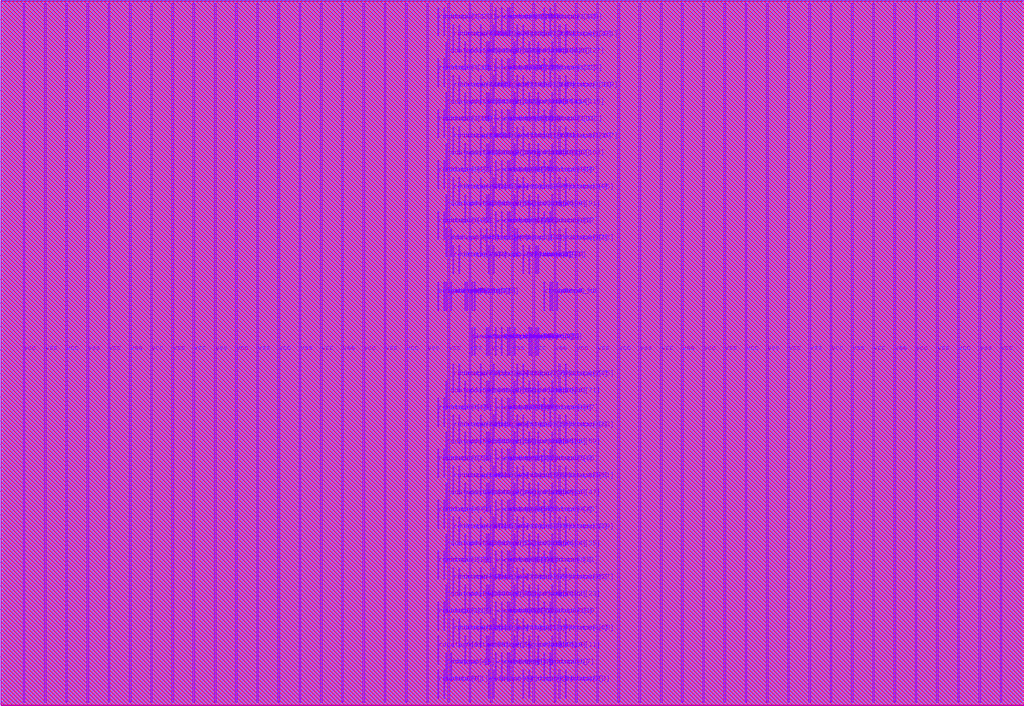
<source format=lef>
VERSION 5.8 ;
BUSBITCHARS "[]" ;
DIVIDERCHAR "/" ;

UNITS
  DATABASE MICRONS 4000 ;
END UNITS

MANUFACTURINGGRID 0.0005 ;

MACRO arf132b128e1r1w0cbbehbaa4acw
  CLASS BLOCK ;
  ORIGIN 0 0 ;
  FOREIGN arf132b128e1r1w0cbbehbaa4acw 0 0 ;
  SIZE 43.2 BY 29.76 ;
  PIN ckrdp0
    DIRECTION INPUT ;
    USE SIGNAL ;
    PORT
      LAYER m7 ;
        RECT 22.928 16.68 22.972 17.88 ;
    END
  END ckrdp0
  PIN ckwrp0
    DIRECTION INPUT ;
    USE SIGNAL ;
    PORT
      LAYER m7 ;
        RECT 19.884 14.76 19.928 15.96 ;
    END
  END ckwrp0
  PIN rdaddrp0[0]
    DIRECTION INPUT ;
    USE SIGNAL ;
    PORT
      LAYER m7 ;
        RECT 18.684 16.68 18.728 17.88 ;
    END
  END rdaddrp0[0]
  PIN rdaddrp0[1]
    DIRECTION INPUT ;
    USE SIGNAL ;
    PORT
      LAYER m7 ;
        RECT 18.772 16.68 18.816 17.88 ;
    END
  END rdaddrp0[1]
  PIN rdaddrp0[2]
    DIRECTION INPUT ;
    USE SIGNAL ;
    PORT
      LAYER m7 ;
        RECT 18.984 16.68 19.028 17.88 ;
    END
  END rdaddrp0[2]
  PIN rdaddrp0[3]
    DIRECTION INPUT ;
    USE SIGNAL ;
    PORT
      LAYER m7 ;
        RECT 19.584 16.68 19.628 17.88 ;
    END
  END rdaddrp0[3]
  PIN rdaddrp0[4]
    DIRECTION INPUT ;
    USE SIGNAL ;
    PORT
      LAYER m7 ;
        RECT 19.672 16.68 19.716 17.88 ;
    END
  END rdaddrp0[4]
  PIN rdaddrp0[5]
    DIRECTION INPUT ;
    USE SIGNAL ;
    PORT
      LAYER m7 ;
        RECT 19.884 16.68 19.928 17.88 ;
    END
  END rdaddrp0[5]
  PIN rdaddrp0[6]
    DIRECTION INPUT ;
    USE SIGNAL ;
    PORT
      LAYER m7 ;
        RECT 19.972 16.68 20.016 17.88 ;
    END
  END rdaddrp0[6]
  PIN rdaddrp0_fd
    DIRECTION INPUT ;
    USE SIGNAL ;
    PORT
      LAYER m7 ;
        RECT 23.184 16.68 23.228 17.88 ;
    END
  END rdaddrp0_fd
  PIN rdaddrp0_rd
    DIRECTION INPUT ;
    USE SIGNAL ;
    PORT
      LAYER m7 ;
        RECT 23.272 16.68 23.316 17.88 ;
    END
  END rdaddrp0_rd
  PIN rddatap0[0]
    DIRECTION OUTPUT ;
    USE SIGNAL ;
    PORT
      LAYER m7 ;
        RECT 18.428 0.24 18.472 1.44 ;
    END
  END rddatap0[0]
  PIN rddatap0[100]
    DIRECTION OUTPUT ;
    USE SIGNAL ;
    PORT
      LAYER m7 ;
        RECT 19.584 22.56 19.628 23.76 ;
    END
  END rddatap0[100]
  PIN rddatap0[101]
    DIRECTION OUTPUT ;
    USE SIGNAL ;
    PORT
      LAYER m7 ;
        RECT 18.772 22.56 18.816 23.76 ;
    END
  END rddatap0[101]
  PIN rddatap0[102]
    DIRECTION OUTPUT ;
    USE SIGNAL ;
    PORT
      LAYER m7 ;
        RECT 22.672 22.56 22.716 23.76 ;
    END
  END rddatap0[102]
  PIN rddatap0[103]
    DIRECTION OUTPUT ;
    USE SIGNAL ;
    PORT
      LAYER m7 ;
        RECT 23.272 22.56 23.316 23.76 ;
    END
  END rddatap0[103]
  PIN rddatap0[104]
    DIRECTION OUTPUT ;
    USE SIGNAL ;
    PORT
      LAYER m7 ;
        RECT 19.072 23.28 19.116 24.48 ;
    END
  END rddatap0[104]
  PIN rddatap0[105]
    DIRECTION OUTPUT ;
    USE SIGNAL ;
    PORT
      LAYER m7 ;
        RECT 19.328 23.28 19.372 24.48 ;
    END
  END rddatap0[105]
  PIN rddatap0[106]
    DIRECTION OUTPUT ;
    USE SIGNAL ;
    PORT
      LAYER m7 ;
        RECT 23.572 23.28 23.616 24.48 ;
    END
  END rddatap0[106]
  PIN rddatap0[107]
    DIRECTION OUTPUT ;
    USE SIGNAL ;
    PORT
      LAYER m7 ;
        RECT 23.828 23.28 23.872 24.48 ;
    END
  END rddatap0[107]
  PIN rddatap0[108]
    DIRECTION OUTPUT ;
    USE SIGNAL ;
    PORT
      LAYER m7 ;
        RECT 18.428 24 18.472 25.2 ;
    END
  END rddatap0[108]
  PIN rddatap0[109]
    DIRECTION OUTPUT ;
    USE SIGNAL ;
    PORT
      LAYER m7 ;
        RECT 18.684 24 18.728 25.2 ;
    END
  END rddatap0[109]
  PIN rddatap0[10]
    DIRECTION OUTPUT ;
    USE SIGNAL ;
    PORT
      LAYER m7 ;
        RECT 22.672 1.68 22.716 2.88 ;
    END
  END rddatap0[10]
  PIN rddatap0[110]
    DIRECTION OUTPUT ;
    USE SIGNAL ;
    PORT
      LAYER m7 ;
        RECT 22.928 24 22.972 25.2 ;
    END
  END rddatap0[110]
  PIN rddatap0[111]
    DIRECTION OUTPUT ;
    USE SIGNAL ;
    PORT
      LAYER m7 ;
        RECT 23.184 24 23.228 25.2 ;
    END
  END rddatap0[111]
  PIN rddatap0[112]
    DIRECTION OUTPUT ;
    USE SIGNAL ;
    PORT
      LAYER m7 ;
        RECT 19.584 24.72 19.628 25.92 ;
    END
  END rddatap0[112]
  PIN rddatap0[113]
    DIRECTION OUTPUT ;
    USE SIGNAL ;
    PORT
      LAYER m7 ;
        RECT 18.772 24.72 18.816 25.92 ;
    END
  END rddatap0[113]
  PIN rddatap0[114]
    DIRECTION OUTPUT ;
    USE SIGNAL ;
    PORT
      LAYER m7 ;
        RECT 22.672 24.72 22.716 25.92 ;
    END
  END rddatap0[114]
  PIN rddatap0[115]
    DIRECTION OUTPUT ;
    USE SIGNAL ;
    PORT
      LAYER m7 ;
        RECT 23.272 24.72 23.316 25.92 ;
    END
  END rddatap0[115]
  PIN rddatap0[116]
    DIRECTION OUTPUT ;
    USE SIGNAL ;
    PORT
      LAYER m7 ;
        RECT 19.072 25.44 19.116 26.64 ;
    END
  END rddatap0[116]
  PIN rddatap0[117]
    DIRECTION OUTPUT ;
    USE SIGNAL ;
    PORT
      LAYER m7 ;
        RECT 19.328 25.44 19.372 26.64 ;
    END
  END rddatap0[117]
  PIN rddatap0[118]
    DIRECTION OUTPUT ;
    USE SIGNAL ;
    PORT
      LAYER m7 ;
        RECT 23.572 25.44 23.616 26.64 ;
    END
  END rddatap0[118]
  PIN rddatap0[119]
    DIRECTION OUTPUT ;
    USE SIGNAL ;
    PORT
      LAYER m7 ;
        RECT 23.828 25.44 23.872 26.64 ;
    END
  END rddatap0[119]
  PIN rddatap0[11]
    DIRECTION OUTPUT ;
    USE SIGNAL ;
    PORT
      LAYER m7 ;
        RECT 23.272 1.68 23.316 2.88 ;
    END
  END rddatap0[11]
  PIN rddatap0[120]
    DIRECTION OUTPUT ;
    USE SIGNAL ;
    PORT
      LAYER m7 ;
        RECT 18.428 26.16 18.472 27.36 ;
    END
  END rddatap0[120]
  PIN rddatap0[121]
    DIRECTION OUTPUT ;
    USE SIGNAL ;
    PORT
      LAYER m7 ;
        RECT 18.684 26.16 18.728 27.36 ;
    END
  END rddatap0[121]
  PIN rddatap0[122]
    DIRECTION OUTPUT ;
    USE SIGNAL ;
    PORT
      LAYER m7 ;
        RECT 22.928 26.16 22.972 27.36 ;
    END
  END rddatap0[122]
  PIN rddatap0[123]
    DIRECTION OUTPUT ;
    USE SIGNAL ;
    PORT
      LAYER m7 ;
        RECT 23.184 26.16 23.228 27.36 ;
    END
  END rddatap0[123]
  PIN rddatap0[124]
    DIRECTION OUTPUT ;
    USE SIGNAL ;
    PORT
      LAYER m7 ;
        RECT 19.584 26.88 19.628 28.08 ;
    END
  END rddatap0[124]
  PIN rddatap0[125]
    DIRECTION OUTPUT ;
    USE SIGNAL ;
    PORT
      LAYER m7 ;
        RECT 18.772 26.88 18.816 28.08 ;
    END
  END rddatap0[125]
  PIN rddatap0[126]
    DIRECTION OUTPUT ;
    USE SIGNAL ;
    PORT
      LAYER m7 ;
        RECT 22.672 26.88 22.716 28.08 ;
    END
  END rddatap0[126]
  PIN rddatap0[127]
    DIRECTION OUTPUT ;
    USE SIGNAL ;
    PORT
      LAYER m7 ;
        RECT 23.272 26.88 23.316 28.08 ;
    END
  END rddatap0[127]
  PIN rddatap0[128]
    DIRECTION OUTPUT ;
    USE SIGNAL ;
    PORT
      LAYER m7 ;
        RECT 19.072 27.6 19.116 28.8 ;
    END
  END rddatap0[128]
  PIN rddatap0[129]
    DIRECTION OUTPUT ;
    USE SIGNAL ;
    PORT
      LAYER m7 ;
        RECT 19.328 27.6 19.372 28.8 ;
    END
  END rddatap0[129]
  PIN rddatap0[12]
    DIRECTION OUTPUT ;
    USE SIGNAL ;
    PORT
      LAYER m7 ;
        RECT 19.072 2.4 19.116 3.6 ;
    END
  END rddatap0[12]
  PIN rddatap0[130]
    DIRECTION OUTPUT ;
    USE SIGNAL ;
    PORT
      LAYER m7 ;
        RECT 23.572 27.6 23.616 28.8 ;
    END
  END rddatap0[130]
  PIN rddatap0[131]
    DIRECTION OUTPUT ;
    USE SIGNAL ;
    PORT
      LAYER m7 ;
        RECT 23.828 27.6 23.872 28.8 ;
    END
  END rddatap0[131]
  PIN rddatap0[132]
    DIRECTION OUTPUT ;
    USE SIGNAL ;
    PORT
      LAYER m7 ;
        RECT 18.428 28.32 18.472 29.52 ;
    END
  END rddatap0[132]
  PIN rddatap0[133]
    DIRECTION OUTPUT ;
    USE SIGNAL ;
    PORT
      LAYER m7 ;
        RECT 18.684 28.32 18.728 29.52 ;
    END
  END rddatap0[133]
  PIN rddatap0[134]
    DIRECTION OUTPUT ;
    USE SIGNAL ;
    PORT
      LAYER m7 ;
        RECT 22.928 28.32 22.972 29.52 ;
    END
  END rddatap0[134]
  PIN rddatap0[135]
    DIRECTION OUTPUT ;
    USE SIGNAL ;
    PORT
      LAYER m7 ;
        RECT 23.184 28.32 23.228 29.52 ;
    END
  END rddatap0[135]
  PIN rddatap0[13]
    DIRECTION OUTPUT ;
    USE SIGNAL ;
    PORT
      LAYER m7 ;
        RECT 19.328 2.4 19.372 3.6 ;
    END
  END rddatap0[13]
  PIN rddatap0[14]
    DIRECTION OUTPUT ;
    USE SIGNAL ;
    PORT
      LAYER m7 ;
        RECT 23.572 2.4 23.616 3.6 ;
    END
  END rddatap0[14]
  PIN rddatap0[15]
    DIRECTION OUTPUT ;
    USE SIGNAL ;
    PORT
      LAYER m7 ;
        RECT 23.828 2.4 23.872 3.6 ;
    END
  END rddatap0[15]
  PIN rddatap0[16]
    DIRECTION OUTPUT ;
    USE SIGNAL ;
    PORT
      LAYER m7 ;
        RECT 18.428 3.12 18.472 4.32 ;
    END
  END rddatap0[16]
  PIN rddatap0[17]
    DIRECTION OUTPUT ;
    USE SIGNAL ;
    PORT
      LAYER m7 ;
        RECT 18.684 3.12 18.728 4.32 ;
    END
  END rddatap0[17]
  PIN rddatap0[18]
    DIRECTION OUTPUT ;
    USE SIGNAL ;
    PORT
      LAYER m7 ;
        RECT 22.928 3.12 22.972 4.32 ;
    END
  END rddatap0[18]
  PIN rddatap0[19]
    DIRECTION OUTPUT ;
    USE SIGNAL ;
    PORT
      LAYER m7 ;
        RECT 23.184 3.12 23.228 4.32 ;
    END
  END rddatap0[19]
  PIN rddatap0[1]
    DIRECTION OUTPUT ;
    USE SIGNAL ;
    PORT
      LAYER m7 ;
        RECT 18.684 0.24 18.728 1.44 ;
    END
  END rddatap0[1]
  PIN rddatap0[20]
    DIRECTION OUTPUT ;
    USE SIGNAL ;
    PORT
      LAYER m7 ;
        RECT 19.584 3.84 19.628 5.04 ;
    END
  END rddatap0[20]
  PIN rddatap0[21]
    DIRECTION OUTPUT ;
    USE SIGNAL ;
    PORT
      LAYER m7 ;
        RECT 18.772 3.84 18.816 5.04 ;
    END
  END rddatap0[21]
  PIN rddatap0[22]
    DIRECTION OUTPUT ;
    USE SIGNAL ;
    PORT
      LAYER m7 ;
        RECT 22.672 3.84 22.716 5.04 ;
    END
  END rddatap0[22]
  PIN rddatap0[23]
    DIRECTION OUTPUT ;
    USE SIGNAL ;
    PORT
      LAYER m7 ;
        RECT 23.272 3.84 23.316 5.04 ;
    END
  END rddatap0[23]
  PIN rddatap0[24]
    DIRECTION OUTPUT ;
    USE SIGNAL ;
    PORT
      LAYER m7 ;
        RECT 19.072 4.56 19.116 5.76 ;
    END
  END rddatap0[24]
  PIN rddatap0[25]
    DIRECTION OUTPUT ;
    USE SIGNAL ;
    PORT
      LAYER m7 ;
        RECT 19.328 4.56 19.372 5.76 ;
    END
  END rddatap0[25]
  PIN rddatap0[26]
    DIRECTION OUTPUT ;
    USE SIGNAL ;
    PORT
      LAYER m7 ;
        RECT 23.572 4.56 23.616 5.76 ;
    END
  END rddatap0[26]
  PIN rddatap0[27]
    DIRECTION OUTPUT ;
    USE SIGNAL ;
    PORT
      LAYER m7 ;
        RECT 23.828 4.56 23.872 5.76 ;
    END
  END rddatap0[27]
  PIN rddatap0[28]
    DIRECTION OUTPUT ;
    USE SIGNAL ;
    PORT
      LAYER m7 ;
        RECT 18.428 5.28 18.472 6.48 ;
    END
  END rddatap0[28]
  PIN rddatap0[29]
    DIRECTION OUTPUT ;
    USE SIGNAL ;
    PORT
      LAYER m7 ;
        RECT 18.684 5.28 18.728 6.48 ;
    END
  END rddatap0[29]
  PIN rddatap0[2]
    DIRECTION OUTPUT ;
    USE SIGNAL ;
    PORT
      LAYER m7 ;
        RECT 23.572 0.24 23.616 1.44 ;
    END
  END rddatap0[2]
  PIN rddatap0[30]
    DIRECTION OUTPUT ;
    USE SIGNAL ;
    PORT
      LAYER m7 ;
        RECT 22.928 5.28 22.972 6.48 ;
    END
  END rddatap0[30]
  PIN rddatap0[31]
    DIRECTION OUTPUT ;
    USE SIGNAL ;
    PORT
      LAYER m7 ;
        RECT 23.184 5.28 23.228 6.48 ;
    END
  END rddatap0[31]
  PIN rddatap0[32]
    DIRECTION OUTPUT ;
    USE SIGNAL ;
    PORT
      LAYER m7 ;
        RECT 19.584 6 19.628 7.2 ;
    END
  END rddatap0[32]
  PIN rddatap0[33]
    DIRECTION OUTPUT ;
    USE SIGNAL ;
    PORT
      LAYER m7 ;
        RECT 18.772 6 18.816 7.2 ;
    END
  END rddatap0[33]
  PIN rddatap0[34]
    DIRECTION OUTPUT ;
    USE SIGNAL ;
    PORT
      LAYER m7 ;
        RECT 22.672 6 22.716 7.2 ;
    END
  END rddatap0[34]
  PIN rddatap0[35]
    DIRECTION OUTPUT ;
    USE SIGNAL ;
    PORT
      LAYER m7 ;
        RECT 23.272 6 23.316 7.2 ;
    END
  END rddatap0[35]
  PIN rddatap0[36]
    DIRECTION OUTPUT ;
    USE SIGNAL ;
    PORT
      LAYER m7 ;
        RECT 19.072 6.72 19.116 7.92 ;
    END
  END rddatap0[36]
  PIN rddatap0[37]
    DIRECTION OUTPUT ;
    USE SIGNAL ;
    PORT
      LAYER m7 ;
        RECT 19.328 6.72 19.372 7.92 ;
    END
  END rddatap0[37]
  PIN rddatap0[38]
    DIRECTION OUTPUT ;
    USE SIGNAL ;
    PORT
      LAYER m7 ;
        RECT 23.572 6.72 23.616 7.92 ;
    END
  END rddatap0[38]
  PIN rddatap0[39]
    DIRECTION OUTPUT ;
    USE SIGNAL ;
    PORT
      LAYER m7 ;
        RECT 23.828 6.72 23.872 7.92 ;
    END
  END rddatap0[39]
  PIN rddatap0[3]
    DIRECTION OUTPUT ;
    USE SIGNAL ;
    PORT
      LAYER m7 ;
        RECT 23.828 0.24 23.872 1.44 ;
    END
  END rddatap0[3]
  PIN rddatap0[40]
    DIRECTION OUTPUT ;
    USE SIGNAL ;
    PORT
      LAYER m7 ;
        RECT 18.428 7.44 18.472 8.64 ;
    END
  END rddatap0[40]
  PIN rddatap0[41]
    DIRECTION OUTPUT ;
    USE SIGNAL ;
    PORT
      LAYER m7 ;
        RECT 18.684 7.44 18.728 8.64 ;
    END
  END rddatap0[41]
  PIN rddatap0[42]
    DIRECTION OUTPUT ;
    USE SIGNAL ;
    PORT
      LAYER m7 ;
        RECT 22.928 7.44 22.972 8.64 ;
    END
  END rddatap0[42]
  PIN rddatap0[43]
    DIRECTION OUTPUT ;
    USE SIGNAL ;
    PORT
      LAYER m7 ;
        RECT 23.184 7.44 23.228 8.64 ;
    END
  END rddatap0[43]
  PIN rddatap0[44]
    DIRECTION OUTPUT ;
    USE SIGNAL ;
    PORT
      LAYER m7 ;
        RECT 19.584 8.16 19.628 9.36 ;
    END
  END rddatap0[44]
  PIN rddatap0[45]
    DIRECTION OUTPUT ;
    USE SIGNAL ;
    PORT
      LAYER m7 ;
        RECT 18.772 8.16 18.816 9.36 ;
    END
  END rddatap0[45]
  PIN rddatap0[46]
    DIRECTION OUTPUT ;
    USE SIGNAL ;
    PORT
      LAYER m7 ;
        RECT 22.672 8.16 22.716 9.36 ;
    END
  END rddatap0[46]
  PIN rddatap0[47]
    DIRECTION OUTPUT ;
    USE SIGNAL ;
    PORT
      LAYER m7 ;
        RECT 23.272 8.16 23.316 9.36 ;
    END
  END rddatap0[47]
  PIN rddatap0[48]
    DIRECTION OUTPUT ;
    USE SIGNAL ;
    PORT
      LAYER m7 ;
        RECT 19.072 8.88 19.116 10.08 ;
    END
  END rddatap0[48]
  PIN rddatap0[49]
    DIRECTION OUTPUT ;
    USE SIGNAL ;
    PORT
      LAYER m7 ;
        RECT 19.328 8.88 19.372 10.08 ;
    END
  END rddatap0[49]
  PIN rddatap0[4]
    DIRECTION OUTPUT ;
    USE SIGNAL ;
    PORT
      LAYER m7 ;
        RECT 18.772 0.96 18.816 2.16 ;
    END
  END rddatap0[4]
  PIN rddatap0[50]
    DIRECTION OUTPUT ;
    USE SIGNAL ;
    PORT
      LAYER m7 ;
        RECT 23.572 8.88 23.616 10.08 ;
    END
  END rddatap0[50]
  PIN rddatap0[51]
    DIRECTION OUTPUT ;
    USE SIGNAL ;
    PORT
      LAYER m7 ;
        RECT 23.828 8.88 23.872 10.08 ;
    END
  END rddatap0[51]
  PIN rddatap0[52]
    DIRECTION OUTPUT ;
    USE SIGNAL ;
    PORT
      LAYER m7 ;
        RECT 18.428 9.6 18.472 10.8 ;
    END
  END rddatap0[52]
  PIN rddatap0[53]
    DIRECTION OUTPUT ;
    USE SIGNAL ;
    PORT
      LAYER m7 ;
        RECT 18.684 9.6 18.728 10.8 ;
    END
  END rddatap0[53]
  PIN rddatap0[54]
    DIRECTION OUTPUT ;
    USE SIGNAL ;
    PORT
      LAYER m7 ;
        RECT 22.928 9.6 22.972 10.8 ;
    END
  END rddatap0[54]
  PIN rddatap0[55]
    DIRECTION OUTPUT ;
    USE SIGNAL ;
    PORT
      LAYER m7 ;
        RECT 23.184 9.6 23.228 10.8 ;
    END
  END rddatap0[55]
  PIN rddatap0[56]
    DIRECTION OUTPUT ;
    USE SIGNAL ;
    PORT
      LAYER m7 ;
        RECT 19.584 10.32 19.628 11.52 ;
    END
  END rddatap0[56]
  PIN rddatap0[57]
    DIRECTION OUTPUT ;
    USE SIGNAL ;
    PORT
      LAYER m7 ;
        RECT 18.772 10.32 18.816 11.52 ;
    END
  END rddatap0[57]
  PIN rddatap0[58]
    DIRECTION OUTPUT ;
    USE SIGNAL ;
    PORT
      LAYER m7 ;
        RECT 22.672 10.32 22.716 11.52 ;
    END
  END rddatap0[58]
  PIN rddatap0[59]
    DIRECTION OUTPUT ;
    USE SIGNAL ;
    PORT
      LAYER m7 ;
        RECT 23.272 10.32 23.316 11.52 ;
    END
  END rddatap0[59]
  PIN rddatap0[5]
    DIRECTION OUTPUT ;
    USE SIGNAL ;
    PORT
      LAYER m7 ;
        RECT 18.984 0.96 19.028 2.16 ;
    END
  END rddatap0[5]
  PIN rddatap0[60]
    DIRECTION OUTPUT ;
    USE SIGNAL ;
    PORT
      LAYER m7 ;
        RECT 19.072 11.04 19.116 12.24 ;
    END
  END rddatap0[60]
  PIN rddatap0[61]
    DIRECTION OUTPUT ;
    USE SIGNAL ;
    PORT
      LAYER m7 ;
        RECT 19.328 11.04 19.372 12.24 ;
    END
  END rddatap0[61]
  PIN rddatap0[62]
    DIRECTION OUTPUT ;
    USE SIGNAL ;
    PORT
      LAYER m7 ;
        RECT 23.572 11.04 23.616 12.24 ;
    END
  END rddatap0[62]
  PIN rddatap0[63]
    DIRECTION OUTPUT ;
    USE SIGNAL ;
    PORT
      LAYER m7 ;
        RECT 23.828 11.04 23.872 12.24 ;
    END
  END rddatap0[63]
  PIN rddatap0[64]
    DIRECTION OUTPUT ;
    USE SIGNAL ;
    PORT
      LAYER m7 ;
        RECT 18.428 11.76 18.472 12.96 ;
    END
  END rddatap0[64]
  PIN rddatap0[65]
    DIRECTION OUTPUT ;
    USE SIGNAL ;
    PORT
      LAYER m7 ;
        RECT 18.684 11.76 18.728 12.96 ;
    END
  END rddatap0[65]
  PIN rddatap0[66]
    DIRECTION OUTPUT ;
    USE SIGNAL ;
    PORT
      LAYER m7 ;
        RECT 22.928 11.76 22.972 12.96 ;
    END
  END rddatap0[66]
  PIN rddatap0[67]
    DIRECTION OUTPUT ;
    USE SIGNAL ;
    PORT
      LAYER m7 ;
        RECT 23.184 11.76 23.228 12.96 ;
    END
  END rddatap0[67]
  PIN rddatap0[68]
    DIRECTION OUTPUT ;
    USE SIGNAL ;
    PORT
      LAYER m7 ;
        RECT 19.584 12.48 19.628 13.68 ;
    END
  END rddatap0[68]
  PIN rddatap0[69]
    DIRECTION OUTPUT ;
    USE SIGNAL ;
    PORT
      LAYER m7 ;
        RECT 18.772 12.48 18.816 13.68 ;
    END
  END rddatap0[69]
  PIN rddatap0[6]
    DIRECTION OUTPUT ;
    USE SIGNAL ;
    PORT
      LAYER m7 ;
        RECT 22.928 0.96 22.972 2.16 ;
    END
  END rddatap0[6]
  PIN rddatap0[70]
    DIRECTION OUTPUT ;
    USE SIGNAL ;
    PORT
      LAYER m7 ;
        RECT 22.672 12.48 22.716 13.68 ;
    END
  END rddatap0[70]
  PIN rddatap0[71]
    DIRECTION OUTPUT ;
    USE SIGNAL ;
    PORT
      LAYER m7 ;
        RECT 23.272 12.48 23.316 13.68 ;
    END
  END rddatap0[71]
  PIN rddatap0[72]
    DIRECTION OUTPUT ;
    USE SIGNAL ;
    PORT
      LAYER m7 ;
        RECT 19.072 13.2 19.116 14.4 ;
    END
  END rddatap0[72]
  PIN rddatap0[73]
    DIRECTION OUTPUT ;
    USE SIGNAL ;
    PORT
      LAYER m7 ;
        RECT 19.328 13.2 19.372 14.4 ;
    END
  END rddatap0[73]
  PIN rddatap0[74]
    DIRECTION OUTPUT ;
    USE SIGNAL ;
    PORT
      LAYER m7 ;
        RECT 23.572 13.2 23.616 14.4 ;
    END
  END rddatap0[74]
  PIN rddatap0[75]
    DIRECTION OUTPUT ;
    USE SIGNAL ;
    PORT
      LAYER m7 ;
        RECT 23.828 13.2 23.872 14.4 ;
    END
  END rddatap0[75]
  PIN rddatap0[76]
    DIRECTION OUTPUT ;
    USE SIGNAL ;
    PORT
      LAYER m7 ;
        RECT 19.072 18.24 19.116 19.44 ;
    END
  END rddatap0[76]
  PIN rddatap0[77]
    DIRECTION OUTPUT ;
    USE SIGNAL ;
    PORT
      LAYER m7 ;
        RECT 19.328 18.24 19.372 19.44 ;
    END
  END rddatap0[77]
  PIN rddatap0[78]
    DIRECTION OUTPUT ;
    USE SIGNAL ;
    PORT
      LAYER m7 ;
        RECT 22.584 18.24 22.628 19.44 ;
    END
  END rddatap0[78]
  PIN rddatap0[79]
    DIRECTION OUTPUT ;
    USE SIGNAL ;
    PORT
      LAYER m7 ;
        RECT 22.672 18.24 22.716 19.44 ;
    END
  END rddatap0[79]
  PIN rddatap0[7]
    DIRECTION OUTPUT ;
    USE SIGNAL ;
    PORT
      LAYER m7 ;
        RECT 23.184 0.96 23.228 2.16 ;
    END
  END rddatap0[7]
  PIN rddatap0[80]
    DIRECTION OUTPUT ;
    USE SIGNAL ;
    PORT
      LAYER m7 ;
        RECT 18.772 18.96 18.816 20.16 ;
    END
  END rddatap0[80]
  PIN rddatap0[81]
    DIRECTION OUTPUT ;
    USE SIGNAL ;
    PORT
      LAYER m7 ;
        RECT 18.984 18.96 19.028 20.16 ;
    END
  END rddatap0[81]
  PIN rddatap0[82]
    DIRECTION OUTPUT ;
    USE SIGNAL ;
    PORT
      LAYER m7 ;
        RECT 23.572 18.96 23.616 20.16 ;
    END
  END rddatap0[82]
  PIN rddatap0[83]
    DIRECTION OUTPUT ;
    USE SIGNAL ;
    PORT
      LAYER m7 ;
        RECT 23.828 18.96 23.872 20.16 ;
    END
  END rddatap0[83]
  PIN rddatap0[84]
    DIRECTION OUTPUT ;
    USE SIGNAL ;
    PORT
      LAYER m7 ;
        RECT 18.428 19.68 18.472 20.88 ;
    END
  END rddatap0[84]
  PIN rddatap0[85]
    DIRECTION OUTPUT ;
    USE SIGNAL ;
    PORT
      LAYER m7 ;
        RECT 18.684 19.68 18.728 20.88 ;
    END
  END rddatap0[85]
  PIN rddatap0[86]
    DIRECTION OUTPUT ;
    USE SIGNAL ;
    PORT
      LAYER m7 ;
        RECT 22.928 19.68 22.972 20.88 ;
    END
  END rddatap0[86]
  PIN rddatap0[87]
    DIRECTION OUTPUT ;
    USE SIGNAL ;
    PORT
      LAYER m7 ;
        RECT 23.184 19.68 23.228 20.88 ;
    END
  END rddatap0[87]
  PIN rddatap0[88]
    DIRECTION OUTPUT ;
    USE SIGNAL ;
    PORT
      LAYER m7 ;
        RECT 19.584 20.4 19.628 21.6 ;
    END
  END rddatap0[88]
  PIN rddatap0[89]
    DIRECTION OUTPUT ;
    USE SIGNAL ;
    PORT
      LAYER m7 ;
        RECT 18.772 20.4 18.816 21.6 ;
    END
  END rddatap0[89]
  PIN rddatap0[8]
    DIRECTION OUTPUT ;
    USE SIGNAL ;
    PORT
      LAYER m7 ;
        RECT 19.584 1.68 19.628 2.88 ;
    END
  END rddatap0[8]
  PIN rddatap0[90]
    DIRECTION OUTPUT ;
    USE SIGNAL ;
    PORT
      LAYER m7 ;
        RECT 22.672 20.4 22.716 21.6 ;
    END
  END rddatap0[90]
  PIN rddatap0[91]
    DIRECTION OUTPUT ;
    USE SIGNAL ;
    PORT
      LAYER m7 ;
        RECT 23.272 20.4 23.316 21.6 ;
    END
  END rddatap0[91]
  PIN rddatap0[92]
    DIRECTION OUTPUT ;
    USE SIGNAL ;
    PORT
      LAYER m7 ;
        RECT 19.072 21.12 19.116 22.32 ;
    END
  END rddatap0[92]
  PIN rddatap0[93]
    DIRECTION OUTPUT ;
    USE SIGNAL ;
    PORT
      LAYER m7 ;
        RECT 19.328 21.12 19.372 22.32 ;
    END
  END rddatap0[93]
  PIN rddatap0[94]
    DIRECTION OUTPUT ;
    USE SIGNAL ;
    PORT
      LAYER m7 ;
        RECT 23.572 21.12 23.616 22.32 ;
    END
  END rddatap0[94]
  PIN rddatap0[95]
    DIRECTION OUTPUT ;
    USE SIGNAL ;
    PORT
      LAYER m7 ;
        RECT 23.828 21.12 23.872 22.32 ;
    END
  END rddatap0[95]
  PIN rddatap0[96]
    DIRECTION OUTPUT ;
    USE SIGNAL ;
    PORT
      LAYER m7 ;
        RECT 18.428 21.84 18.472 23.04 ;
    END
  END rddatap0[96]
  PIN rddatap0[97]
    DIRECTION OUTPUT ;
    USE SIGNAL ;
    PORT
      LAYER m7 ;
        RECT 18.684 21.84 18.728 23.04 ;
    END
  END rddatap0[97]
  PIN rddatap0[98]
    DIRECTION OUTPUT ;
    USE SIGNAL ;
    PORT
      LAYER m7 ;
        RECT 22.928 21.84 22.972 23.04 ;
    END
  END rddatap0[98]
  PIN rddatap0[99]
    DIRECTION OUTPUT ;
    USE SIGNAL ;
    PORT
      LAYER m7 ;
        RECT 23.184 21.84 23.228 23.04 ;
    END
  END rddatap0[99]
  PIN rddatap0[9]
    DIRECTION OUTPUT ;
    USE SIGNAL ;
    PORT
      LAYER m7 ;
        RECT 18.428 1.68 18.472 2.88 ;
    END
  END rddatap0[9]
  PIN rdenp0
    DIRECTION INPUT ;
    USE SIGNAL ;
    PORT
      LAYER m7 ;
        RECT 23.484 16.68 23.528 17.88 ;
    END
  END rdenp0
  PIN sdl_initp0
    DIRECTION INPUT ;
    USE SIGNAL ;
    PORT
      LAYER m7 ;
        RECT 18.428 16.68 18.472 17.88 ;
    END
  END sdl_initp0
  PIN vcc
    DIRECTION INPUT ;
    USE POWER ;
    PORT
      LAYER m7 ;
        RECT 42.262 0.06 42.338 29.7 ;
    END
    PORT
      LAYER m7 ;
        RECT 40.462 0.06 40.538 29.7 ;
    END
    PORT
      LAYER m7 ;
        RECT 38.662 0.06 38.738 29.7 ;
    END
    PORT
      LAYER m7 ;
        RECT 36.862 0.06 36.938 29.7 ;
    END
    PORT
      LAYER m7 ;
        RECT 35.062 0.06 35.138 29.7 ;
    END
    PORT
      LAYER m7 ;
        RECT 33.262 0.06 33.338 29.7 ;
    END
    PORT
      LAYER m7 ;
        RECT 31.462 0.06 31.538 29.7 ;
    END
    PORT
      LAYER m7 ;
        RECT 29.662 0.06 29.738 29.7 ;
    END
    PORT
      LAYER m7 ;
        RECT 27.862 0.06 27.938 29.7 ;
    END
    PORT
      LAYER m7 ;
        RECT 26.062 0.06 26.138 29.7 ;
    END
    PORT
      LAYER m7 ;
        RECT 24.262 0.06 24.338 29.7 ;
    END
    PORT
      LAYER m7 ;
        RECT 22.462 0.06 22.538 29.7 ;
    END
    PORT
      LAYER m7 ;
        RECT 20.662 0.06 20.738 29.7 ;
    END
    PORT
      LAYER m7 ;
        RECT 18.862 0.06 18.938 29.7 ;
    END
    PORT
      LAYER m7 ;
        RECT 17.062 0.06 17.138 29.7 ;
    END
    PORT
      LAYER m7 ;
        RECT 15.262 0.06 15.338 29.7 ;
    END
    PORT
      LAYER m7 ;
        RECT 13.462 0.06 13.538 29.7 ;
    END
    PORT
      LAYER m7 ;
        RECT 11.662 0.06 11.738 29.7 ;
    END
    PORT
      LAYER m7 ;
        RECT 9.862 0.06 9.938 29.7 ;
    END
    PORT
      LAYER m7 ;
        RECT 8.062 0.06 8.138 29.7 ;
    END
    PORT
      LAYER m7 ;
        RECT 6.262 0.06 6.338 29.7 ;
    END
    PORT
      LAYER m7 ;
        RECT 4.462 0.06 4.538 29.7 ;
    END
    PORT
      LAYER m7 ;
        RECT 2.662 0.06 2.738 29.7 ;
    END
    PORT
      LAYER m7 ;
        RECT 0.862 0.06 0.938 29.7 ;
    END
  END vcc
  PIN vss
    DIRECTION INOUT ;
    USE GROUND ;
    PORT
      LAYER m7 ;
        RECT 41.362 0.06 41.438 29.7 ;
    END
    PORT
      LAYER m7 ;
        RECT 39.562 0.06 39.638 29.7 ;
    END
    PORT
      LAYER m7 ;
        RECT 37.762 0.06 37.838 29.7 ;
    END
    PORT
      LAYER m7 ;
        RECT 35.962 0.06 36.038 29.7 ;
    END
    PORT
      LAYER m7 ;
        RECT 34.162 0.06 34.238 29.7 ;
    END
    PORT
      LAYER m7 ;
        RECT 32.362 0.06 32.438 29.7 ;
    END
    PORT
      LAYER m7 ;
        RECT 30.562 0.06 30.638 29.7 ;
    END
    PORT
      LAYER m7 ;
        RECT 28.762 0.06 28.838 29.7 ;
    END
    PORT
      LAYER m7 ;
        RECT 26.962 0.06 27.038 29.7 ;
    END
    PORT
      LAYER m7 ;
        RECT 25.162 0.06 25.238 29.7 ;
    END
    PORT
      LAYER m7 ;
        RECT 23.362 0.06 23.438 29.7 ;
    END
    PORT
      LAYER m7 ;
        RECT 21.562 0.06 21.638 29.7 ;
    END
    PORT
      LAYER m7 ;
        RECT 19.762 0.06 19.838 29.7 ;
    END
    PORT
      LAYER m7 ;
        RECT 17.962 0.06 18.038 29.7 ;
    END
    PORT
      LAYER m7 ;
        RECT 16.162 0.06 16.238 29.7 ;
    END
    PORT
      LAYER m7 ;
        RECT 14.362 0.06 14.438 29.7 ;
    END
    PORT
      LAYER m7 ;
        RECT 12.562 0.06 12.638 29.7 ;
    END
    PORT
      LAYER m7 ;
        RECT 10.762 0.06 10.838 29.7 ;
    END
    PORT
      LAYER m7 ;
        RECT 8.962 0.06 9.038 29.7 ;
    END
    PORT
      LAYER m7 ;
        RECT 7.162 0.06 7.238 29.7 ;
    END
    PORT
      LAYER m7 ;
        RECT 5.362 0.06 5.438 29.7 ;
    END
    PORT
      LAYER m7 ;
        RECT 3.562 0.06 3.638 29.7 ;
    END
    PORT
      LAYER m7 ;
        RECT 1.762 0.06 1.838 29.7 ;
    END
  END vss
  PIN wraddrp0[0]
    DIRECTION INPUT ;
    USE SIGNAL ;
    PORT
      LAYER m7 ;
        RECT 21.384 14.76 21.428 15.96 ;
    END
  END wraddrp0[0]
  PIN wraddrp0[1]
    DIRECTION INPUT ;
    USE SIGNAL ;
    PORT
      LAYER m7 ;
        RECT 21.472 14.76 21.516 15.96 ;
    END
  END wraddrp0[1]
  PIN wraddrp0[2]
    DIRECTION INPUT ;
    USE SIGNAL ;
    PORT
      LAYER m7 ;
        RECT 21.684 14.76 21.728 15.96 ;
    END
  END wraddrp0[2]
  PIN wraddrp0[3]
    DIRECTION INPUT ;
    USE SIGNAL ;
    PORT
      LAYER m7 ;
        RECT 22.284 14.76 22.328 15.96 ;
    END
  END wraddrp0[3]
  PIN wraddrp0[4]
    DIRECTION INPUT ;
    USE SIGNAL ;
    PORT
      LAYER m7 ;
        RECT 22.372 14.76 22.416 15.96 ;
    END
  END wraddrp0[4]
  PIN wraddrp0[5]
    DIRECTION INPUT ;
    USE SIGNAL ;
    PORT
      LAYER m7 ;
        RECT 22.584 14.76 22.628 15.96 ;
    END
  END wraddrp0[5]
  PIN wraddrp0[6]
    DIRECTION INPUT ;
    USE SIGNAL ;
    PORT
      LAYER m7 ;
        RECT 22.672 14.76 22.716 15.96 ;
    END
  END wraddrp0[6]
  PIN wraddrp0_fd
    DIRECTION INPUT ;
    USE SIGNAL ;
    PORT
      LAYER m7 ;
        RECT 19.972 14.76 20.016 15.96 ;
    END
  END wraddrp0_fd
  PIN wraddrp0_rd
    DIRECTION INPUT ;
    USE SIGNAL ;
    PORT
      LAYER m7 ;
        RECT 20.484 14.76 20.528 15.96 ;
    END
  END wraddrp0_rd
  PIN wrdatap0[0]
    DIRECTION INPUT ;
    USE SIGNAL ;
    PORT
      LAYER m7 ;
        RECT 20.572 0.24 20.616 1.44 ;
    END
  END wrdatap0[0]
  PIN wrdatap0[100]
    DIRECTION INPUT ;
    USE SIGNAL ;
    PORT
      LAYER m7 ;
        RECT 20.484 22.56 20.528 23.76 ;
    END
  END wrdatap0[100]
  PIN wrdatap0[101]
    DIRECTION INPUT ;
    USE SIGNAL ;
    PORT
      LAYER m7 ;
        RECT 20.572 22.56 20.616 23.76 ;
    END
  END wrdatap0[101]
  PIN wrdatap0[102]
    DIRECTION INPUT ;
    USE SIGNAL ;
    PORT
      LAYER m7 ;
        RECT 22.284 22.56 22.328 23.76 ;
    END
  END wrdatap0[102]
  PIN wrdatap0[103]
    DIRECTION INPUT ;
    USE SIGNAL ;
    PORT
      LAYER m7 ;
        RECT 21.684 22.56 21.728 23.76 ;
    END
  END wrdatap0[103]
  PIN wrdatap0[104]
    DIRECTION INPUT ;
    USE SIGNAL ;
    PORT
      LAYER m7 ;
        RECT 20.228 23.28 20.272 24.48 ;
    END
  END wrdatap0[104]
  PIN wrdatap0[105]
    DIRECTION INPUT ;
    USE SIGNAL ;
    PORT
      LAYER m7 ;
        RECT 20.784 23.28 20.828 24.48 ;
    END
  END wrdatap0[105]
  PIN wrdatap0[106]
    DIRECTION INPUT ;
    USE SIGNAL ;
    PORT
      LAYER m7 ;
        RECT 21.772 23.28 21.816 24.48 ;
    END
  END wrdatap0[106]
  PIN wrdatap0[107]
    DIRECTION INPUT ;
    USE SIGNAL ;
    PORT
      LAYER m7 ;
        RECT 22.028 23.28 22.072 24.48 ;
    END
  END wrdatap0[107]
  PIN wrdatap0[108]
    DIRECTION INPUT ;
    USE SIGNAL ;
    PORT
      LAYER m7 ;
        RECT 20.872 24 20.916 25.2 ;
    END
  END wrdatap0[108]
  PIN wrdatap0[109]
    DIRECTION INPUT ;
    USE SIGNAL ;
    PORT
      LAYER m7 ;
        RECT 21.128 24 21.172 25.2 ;
    END
  END wrdatap0[109]
  PIN wrdatap0[10]
    DIRECTION INPUT ;
    USE SIGNAL ;
    PORT
      LAYER m7 ;
        RECT 22.284 1.68 22.328 2.88 ;
    END
  END wrdatap0[10]
  PIN wrdatap0[110]
    DIRECTION INPUT ;
    USE SIGNAL ;
    PORT
      LAYER m7 ;
        RECT 21.384 24 21.428 25.2 ;
    END
  END wrdatap0[110]
  PIN wrdatap0[111]
    DIRECTION INPUT ;
    USE SIGNAL ;
    PORT
      LAYER m7 ;
        RECT 21.472 24 21.516 25.2 ;
    END
  END wrdatap0[111]
  PIN wrdatap0[112]
    DIRECTION INPUT ;
    USE SIGNAL ;
    PORT
      LAYER m7 ;
        RECT 20.484 24.72 20.528 25.92 ;
    END
  END wrdatap0[112]
  PIN wrdatap0[113]
    DIRECTION INPUT ;
    USE SIGNAL ;
    PORT
      LAYER m7 ;
        RECT 20.572 24.72 20.616 25.92 ;
    END
  END wrdatap0[113]
  PIN wrdatap0[114]
    DIRECTION INPUT ;
    USE SIGNAL ;
    PORT
      LAYER m7 ;
        RECT 22.284 24.72 22.328 25.92 ;
    END
  END wrdatap0[114]
  PIN wrdatap0[115]
    DIRECTION INPUT ;
    USE SIGNAL ;
    PORT
      LAYER m7 ;
        RECT 21.684 24.72 21.728 25.92 ;
    END
  END wrdatap0[115]
  PIN wrdatap0[116]
    DIRECTION INPUT ;
    USE SIGNAL ;
    PORT
      LAYER m7 ;
        RECT 20.228 25.44 20.272 26.64 ;
    END
  END wrdatap0[116]
  PIN wrdatap0[117]
    DIRECTION INPUT ;
    USE SIGNAL ;
    PORT
      LAYER m7 ;
        RECT 20.784 25.44 20.828 26.64 ;
    END
  END wrdatap0[117]
  PIN wrdatap0[118]
    DIRECTION INPUT ;
    USE SIGNAL ;
    PORT
      LAYER m7 ;
        RECT 21.772 25.44 21.816 26.64 ;
    END
  END wrdatap0[118]
  PIN wrdatap0[119]
    DIRECTION INPUT ;
    USE SIGNAL ;
    PORT
      LAYER m7 ;
        RECT 22.028 25.44 22.072 26.64 ;
    END
  END wrdatap0[119]
  PIN wrdatap0[11]
    DIRECTION INPUT ;
    USE SIGNAL ;
    PORT
      LAYER m7 ;
        RECT 21.684 1.68 21.728 2.88 ;
    END
  END wrdatap0[11]
  PIN wrdatap0[120]
    DIRECTION INPUT ;
    USE SIGNAL ;
    PORT
      LAYER m7 ;
        RECT 20.872 26.16 20.916 27.36 ;
    END
  END wrdatap0[120]
  PIN wrdatap0[121]
    DIRECTION INPUT ;
    USE SIGNAL ;
    PORT
      LAYER m7 ;
        RECT 21.128 26.16 21.172 27.36 ;
    END
  END wrdatap0[121]
  PIN wrdatap0[122]
    DIRECTION INPUT ;
    USE SIGNAL ;
    PORT
      LAYER m7 ;
        RECT 21.384 26.16 21.428 27.36 ;
    END
  END wrdatap0[122]
  PIN wrdatap0[123]
    DIRECTION INPUT ;
    USE SIGNAL ;
    PORT
      LAYER m7 ;
        RECT 21.472 26.16 21.516 27.36 ;
    END
  END wrdatap0[123]
  PIN wrdatap0[124]
    DIRECTION INPUT ;
    USE SIGNAL ;
    PORT
      LAYER m7 ;
        RECT 20.484 26.88 20.528 28.08 ;
    END
  END wrdatap0[124]
  PIN wrdatap0[125]
    DIRECTION INPUT ;
    USE SIGNAL ;
    PORT
      LAYER m7 ;
        RECT 20.572 26.88 20.616 28.08 ;
    END
  END wrdatap0[125]
  PIN wrdatap0[126]
    DIRECTION INPUT ;
    USE SIGNAL ;
    PORT
      LAYER m7 ;
        RECT 22.284 26.88 22.328 28.08 ;
    END
  END wrdatap0[126]
  PIN wrdatap0[127]
    DIRECTION INPUT ;
    USE SIGNAL ;
    PORT
      LAYER m7 ;
        RECT 21.684 26.88 21.728 28.08 ;
    END
  END wrdatap0[127]
  PIN wrdatap0[128]
    DIRECTION INPUT ;
    USE SIGNAL ;
    PORT
      LAYER m7 ;
        RECT 20.228 27.6 20.272 28.8 ;
    END
  END wrdatap0[128]
  PIN wrdatap0[129]
    DIRECTION INPUT ;
    USE SIGNAL ;
    PORT
      LAYER m7 ;
        RECT 20.784 27.6 20.828 28.8 ;
    END
  END wrdatap0[129]
  PIN wrdatap0[12]
    DIRECTION INPUT ;
    USE SIGNAL ;
    PORT
      LAYER m7 ;
        RECT 20.228 2.4 20.272 3.6 ;
    END
  END wrdatap0[12]
  PIN wrdatap0[130]
    DIRECTION INPUT ;
    USE SIGNAL ;
    PORT
      LAYER m7 ;
        RECT 21.772 27.6 21.816 28.8 ;
    END
  END wrdatap0[130]
  PIN wrdatap0[131]
    DIRECTION INPUT ;
    USE SIGNAL ;
    PORT
      LAYER m7 ;
        RECT 22.028 27.6 22.072 28.8 ;
    END
  END wrdatap0[131]
  PIN wrdatap0[132]
    DIRECTION INPUT ;
    USE SIGNAL ;
    PORT
      LAYER m7 ;
        RECT 20.872 28.32 20.916 29.52 ;
    END
  END wrdatap0[132]
  PIN wrdatap0[133]
    DIRECTION INPUT ;
    USE SIGNAL ;
    PORT
      LAYER m7 ;
        RECT 21.128 28.32 21.172 29.52 ;
    END
  END wrdatap0[133]
  PIN wrdatap0[134]
    DIRECTION INPUT ;
    USE SIGNAL ;
    PORT
      LAYER m7 ;
        RECT 21.384 28.32 21.428 29.52 ;
    END
  END wrdatap0[134]
  PIN wrdatap0[135]
    DIRECTION INPUT ;
    USE SIGNAL ;
    PORT
      LAYER m7 ;
        RECT 21.472 28.32 21.516 29.52 ;
    END
  END wrdatap0[135]
  PIN wrdatap0[13]
    DIRECTION INPUT ;
    USE SIGNAL ;
    PORT
      LAYER m7 ;
        RECT 20.784 2.4 20.828 3.6 ;
    END
  END wrdatap0[13]
  PIN wrdatap0[14]
    DIRECTION INPUT ;
    USE SIGNAL ;
    PORT
      LAYER m7 ;
        RECT 21.772 2.4 21.816 3.6 ;
    END
  END wrdatap0[14]
  PIN wrdatap0[15]
    DIRECTION INPUT ;
    USE SIGNAL ;
    PORT
      LAYER m7 ;
        RECT 22.028 2.4 22.072 3.6 ;
    END
  END wrdatap0[15]
  PIN wrdatap0[16]
    DIRECTION INPUT ;
    USE SIGNAL ;
    PORT
      LAYER m7 ;
        RECT 20.872 3.12 20.916 4.32 ;
    END
  END wrdatap0[16]
  PIN wrdatap0[17]
    DIRECTION INPUT ;
    USE SIGNAL ;
    PORT
      LAYER m7 ;
        RECT 21.128 3.12 21.172 4.32 ;
    END
  END wrdatap0[17]
  PIN wrdatap0[18]
    DIRECTION INPUT ;
    USE SIGNAL ;
    PORT
      LAYER m7 ;
        RECT 21.384 3.12 21.428 4.32 ;
    END
  END wrdatap0[18]
  PIN wrdatap0[19]
    DIRECTION INPUT ;
    USE SIGNAL ;
    PORT
      LAYER m7 ;
        RECT 21.472 3.12 21.516 4.32 ;
    END
  END wrdatap0[19]
  PIN wrdatap0[1]
    DIRECTION INPUT ;
    USE SIGNAL ;
    PORT
      LAYER m7 ;
        RECT 20.784 0.24 20.828 1.44 ;
    END
  END wrdatap0[1]
  PIN wrdatap0[20]
    DIRECTION INPUT ;
    USE SIGNAL ;
    PORT
      LAYER m7 ;
        RECT 20.484 3.84 20.528 5.04 ;
    END
  END wrdatap0[20]
  PIN wrdatap0[21]
    DIRECTION INPUT ;
    USE SIGNAL ;
    PORT
      LAYER m7 ;
        RECT 20.572 3.84 20.616 5.04 ;
    END
  END wrdatap0[21]
  PIN wrdatap0[22]
    DIRECTION INPUT ;
    USE SIGNAL ;
    PORT
      LAYER m7 ;
        RECT 22.284 3.84 22.328 5.04 ;
    END
  END wrdatap0[22]
  PIN wrdatap0[23]
    DIRECTION INPUT ;
    USE SIGNAL ;
    PORT
      LAYER m7 ;
        RECT 21.684 3.84 21.728 5.04 ;
    END
  END wrdatap0[23]
  PIN wrdatap0[24]
    DIRECTION INPUT ;
    USE SIGNAL ;
    PORT
      LAYER m7 ;
        RECT 20.228 4.56 20.272 5.76 ;
    END
  END wrdatap0[24]
  PIN wrdatap0[25]
    DIRECTION INPUT ;
    USE SIGNAL ;
    PORT
      LAYER m7 ;
        RECT 20.784 4.56 20.828 5.76 ;
    END
  END wrdatap0[25]
  PIN wrdatap0[26]
    DIRECTION INPUT ;
    USE SIGNAL ;
    PORT
      LAYER m7 ;
        RECT 21.772 4.56 21.816 5.76 ;
    END
  END wrdatap0[26]
  PIN wrdatap0[27]
    DIRECTION INPUT ;
    USE SIGNAL ;
    PORT
      LAYER m7 ;
        RECT 22.028 4.56 22.072 5.76 ;
    END
  END wrdatap0[27]
  PIN wrdatap0[28]
    DIRECTION INPUT ;
    USE SIGNAL ;
    PORT
      LAYER m7 ;
        RECT 20.872 5.28 20.916 6.48 ;
    END
  END wrdatap0[28]
  PIN wrdatap0[29]
    DIRECTION INPUT ;
    USE SIGNAL ;
    PORT
      LAYER m7 ;
        RECT 21.128 5.28 21.172 6.48 ;
    END
  END wrdatap0[29]
  PIN wrdatap0[2]
    DIRECTION INPUT ;
    USE SIGNAL ;
    PORT
      LAYER m7 ;
        RECT 22.028 0.24 22.072 1.44 ;
    END
  END wrdatap0[2]
  PIN wrdatap0[30]
    DIRECTION INPUT ;
    USE SIGNAL ;
    PORT
      LAYER m7 ;
        RECT 21.384 5.28 21.428 6.48 ;
    END
  END wrdatap0[30]
  PIN wrdatap0[31]
    DIRECTION INPUT ;
    USE SIGNAL ;
    PORT
      LAYER m7 ;
        RECT 21.472 5.28 21.516 6.48 ;
    END
  END wrdatap0[31]
  PIN wrdatap0[32]
    DIRECTION INPUT ;
    USE SIGNAL ;
    PORT
      LAYER m7 ;
        RECT 20.484 6 20.528 7.2 ;
    END
  END wrdatap0[32]
  PIN wrdatap0[33]
    DIRECTION INPUT ;
    USE SIGNAL ;
    PORT
      LAYER m7 ;
        RECT 20.572 6 20.616 7.2 ;
    END
  END wrdatap0[33]
  PIN wrdatap0[34]
    DIRECTION INPUT ;
    USE SIGNAL ;
    PORT
      LAYER m7 ;
        RECT 22.284 6 22.328 7.2 ;
    END
  END wrdatap0[34]
  PIN wrdatap0[35]
    DIRECTION INPUT ;
    USE SIGNAL ;
    PORT
      LAYER m7 ;
        RECT 21.684 6 21.728 7.2 ;
    END
  END wrdatap0[35]
  PIN wrdatap0[36]
    DIRECTION INPUT ;
    USE SIGNAL ;
    PORT
      LAYER m7 ;
        RECT 20.228 6.72 20.272 7.92 ;
    END
  END wrdatap0[36]
  PIN wrdatap0[37]
    DIRECTION INPUT ;
    USE SIGNAL ;
    PORT
      LAYER m7 ;
        RECT 20.784 6.72 20.828 7.92 ;
    END
  END wrdatap0[37]
  PIN wrdatap0[38]
    DIRECTION INPUT ;
    USE SIGNAL ;
    PORT
      LAYER m7 ;
        RECT 21.772 6.72 21.816 7.92 ;
    END
  END wrdatap0[38]
  PIN wrdatap0[39]
    DIRECTION INPUT ;
    USE SIGNAL ;
    PORT
      LAYER m7 ;
        RECT 22.028 6.72 22.072 7.92 ;
    END
  END wrdatap0[39]
  PIN wrdatap0[3]
    DIRECTION INPUT ;
    USE SIGNAL ;
    PORT
      LAYER m7 ;
        RECT 22.284 0.24 22.328 1.44 ;
    END
  END wrdatap0[3]
  PIN wrdatap0[40]
    DIRECTION INPUT ;
    USE SIGNAL ;
    PORT
      LAYER m7 ;
        RECT 20.872 7.44 20.916 8.64 ;
    END
  END wrdatap0[40]
  PIN wrdatap0[41]
    DIRECTION INPUT ;
    USE SIGNAL ;
    PORT
      LAYER m7 ;
        RECT 21.128 7.44 21.172 8.64 ;
    END
  END wrdatap0[41]
  PIN wrdatap0[42]
    DIRECTION INPUT ;
    USE SIGNAL ;
    PORT
      LAYER m7 ;
        RECT 21.384 7.44 21.428 8.64 ;
    END
  END wrdatap0[42]
  PIN wrdatap0[43]
    DIRECTION INPUT ;
    USE SIGNAL ;
    PORT
      LAYER m7 ;
        RECT 21.472 7.44 21.516 8.64 ;
    END
  END wrdatap0[43]
  PIN wrdatap0[44]
    DIRECTION INPUT ;
    USE SIGNAL ;
    PORT
      LAYER m7 ;
        RECT 20.484 8.16 20.528 9.36 ;
    END
  END wrdatap0[44]
  PIN wrdatap0[45]
    DIRECTION INPUT ;
    USE SIGNAL ;
    PORT
      LAYER m7 ;
        RECT 20.572 8.16 20.616 9.36 ;
    END
  END wrdatap0[45]
  PIN wrdatap0[46]
    DIRECTION INPUT ;
    USE SIGNAL ;
    PORT
      LAYER m7 ;
        RECT 22.284 8.16 22.328 9.36 ;
    END
  END wrdatap0[46]
  PIN wrdatap0[47]
    DIRECTION INPUT ;
    USE SIGNAL ;
    PORT
      LAYER m7 ;
        RECT 21.684 8.16 21.728 9.36 ;
    END
  END wrdatap0[47]
  PIN wrdatap0[48]
    DIRECTION INPUT ;
    USE SIGNAL ;
    PORT
      LAYER m7 ;
        RECT 20.228 8.88 20.272 10.08 ;
    END
  END wrdatap0[48]
  PIN wrdatap0[49]
    DIRECTION INPUT ;
    USE SIGNAL ;
    PORT
      LAYER m7 ;
        RECT 20.784 8.88 20.828 10.08 ;
    END
  END wrdatap0[49]
  PIN wrdatap0[4]
    DIRECTION INPUT ;
    USE SIGNAL ;
    PORT
      LAYER m7 ;
        RECT 20.872 0.96 20.916 2.16 ;
    END
  END wrdatap0[4]
  PIN wrdatap0[50]
    DIRECTION INPUT ;
    USE SIGNAL ;
    PORT
      LAYER m7 ;
        RECT 21.772 8.88 21.816 10.08 ;
    END
  END wrdatap0[50]
  PIN wrdatap0[51]
    DIRECTION INPUT ;
    USE SIGNAL ;
    PORT
      LAYER m7 ;
        RECT 22.028 8.88 22.072 10.08 ;
    END
  END wrdatap0[51]
  PIN wrdatap0[52]
    DIRECTION INPUT ;
    USE SIGNAL ;
    PORT
      LAYER m7 ;
        RECT 20.872 9.6 20.916 10.8 ;
    END
  END wrdatap0[52]
  PIN wrdatap0[53]
    DIRECTION INPUT ;
    USE SIGNAL ;
    PORT
      LAYER m7 ;
        RECT 21.128 9.6 21.172 10.8 ;
    END
  END wrdatap0[53]
  PIN wrdatap0[54]
    DIRECTION INPUT ;
    USE SIGNAL ;
    PORT
      LAYER m7 ;
        RECT 21.384 9.6 21.428 10.8 ;
    END
  END wrdatap0[54]
  PIN wrdatap0[55]
    DIRECTION INPUT ;
    USE SIGNAL ;
    PORT
      LAYER m7 ;
        RECT 21.472 9.6 21.516 10.8 ;
    END
  END wrdatap0[55]
  PIN wrdatap0[56]
    DIRECTION INPUT ;
    USE SIGNAL ;
    PORT
      LAYER m7 ;
        RECT 20.484 10.32 20.528 11.52 ;
    END
  END wrdatap0[56]
  PIN wrdatap0[57]
    DIRECTION INPUT ;
    USE SIGNAL ;
    PORT
      LAYER m7 ;
        RECT 20.572 10.32 20.616 11.52 ;
    END
  END wrdatap0[57]
  PIN wrdatap0[58]
    DIRECTION INPUT ;
    USE SIGNAL ;
    PORT
      LAYER m7 ;
        RECT 22.284 10.32 22.328 11.52 ;
    END
  END wrdatap0[58]
  PIN wrdatap0[59]
    DIRECTION INPUT ;
    USE SIGNAL ;
    PORT
      LAYER m7 ;
        RECT 21.684 10.32 21.728 11.52 ;
    END
  END wrdatap0[59]
  PIN wrdatap0[5]
    DIRECTION INPUT ;
    USE SIGNAL ;
    PORT
      LAYER m7 ;
        RECT 21.128 0.96 21.172 2.16 ;
    END
  END wrdatap0[5]
  PIN wrdatap0[60]
    DIRECTION INPUT ;
    USE SIGNAL ;
    PORT
      LAYER m7 ;
        RECT 20.228 11.04 20.272 12.24 ;
    END
  END wrdatap0[60]
  PIN wrdatap0[61]
    DIRECTION INPUT ;
    USE SIGNAL ;
    PORT
      LAYER m7 ;
        RECT 20.784 11.04 20.828 12.24 ;
    END
  END wrdatap0[61]
  PIN wrdatap0[62]
    DIRECTION INPUT ;
    USE SIGNAL ;
    PORT
      LAYER m7 ;
        RECT 21.772 11.04 21.816 12.24 ;
    END
  END wrdatap0[62]
  PIN wrdatap0[63]
    DIRECTION INPUT ;
    USE SIGNAL ;
    PORT
      LAYER m7 ;
        RECT 22.028 11.04 22.072 12.24 ;
    END
  END wrdatap0[63]
  PIN wrdatap0[64]
    DIRECTION INPUT ;
    USE SIGNAL ;
    PORT
      LAYER m7 ;
        RECT 20.872 11.76 20.916 12.96 ;
    END
  END wrdatap0[64]
  PIN wrdatap0[65]
    DIRECTION INPUT ;
    USE SIGNAL ;
    PORT
      LAYER m7 ;
        RECT 21.128 11.76 21.172 12.96 ;
    END
  END wrdatap0[65]
  PIN wrdatap0[66]
    DIRECTION INPUT ;
    USE SIGNAL ;
    PORT
      LAYER m7 ;
        RECT 21.384 11.76 21.428 12.96 ;
    END
  END wrdatap0[66]
  PIN wrdatap0[67]
    DIRECTION INPUT ;
    USE SIGNAL ;
    PORT
      LAYER m7 ;
        RECT 21.472 11.76 21.516 12.96 ;
    END
  END wrdatap0[67]
  PIN wrdatap0[68]
    DIRECTION INPUT ;
    USE SIGNAL ;
    PORT
      LAYER m7 ;
        RECT 20.484 12.48 20.528 13.68 ;
    END
  END wrdatap0[68]
  PIN wrdatap0[69]
    DIRECTION INPUT ;
    USE SIGNAL ;
    PORT
      LAYER m7 ;
        RECT 20.572 12.48 20.616 13.68 ;
    END
  END wrdatap0[69]
  PIN wrdatap0[6]
    DIRECTION INPUT ;
    USE SIGNAL ;
    PORT
      LAYER m7 ;
        RECT 21.384 0.96 21.428 2.16 ;
    END
  END wrdatap0[6]
  PIN wrdatap0[70]
    DIRECTION INPUT ;
    USE SIGNAL ;
    PORT
      LAYER m7 ;
        RECT 22.284 12.48 22.328 13.68 ;
    END
  END wrdatap0[70]
  PIN wrdatap0[71]
    DIRECTION INPUT ;
    USE SIGNAL ;
    PORT
      LAYER m7 ;
        RECT 21.684 12.48 21.728 13.68 ;
    END
  END wrdatap0[71]
  PIN wrdatap0[72]
    DIRECTION INPUT ;
    USE SIGNAL ;
    PORT
      LAYER m7 ;
        RECT 20.228 13.2 20.272 14.4 ;
    END
  END wrdatap0[72]
  PIN wrdatap0[73]
    DIRECTION INPUT ;
    USE SIGNAL ;
    PORT
      LAYER m7 ;
        RECT 20.784 13.2 20.828 14.4 ;
    END
  END wrdatap0[73]
  PIN wrdatap0[74]
    DIRECTION INPUT ;
    USE SIGNAL ;
    PORT
      LAYER m7 ;
        RECT 21.772 13.2 21.816 14.4 ;
    END
  END wrdatap0[74]
  PIN wrdatap0[75]
    DIRECTION INPUT ;
    USE SIGNAL ;
    PORT
      LAYER m7 ;
        RECT 22.028 13.2 22.072 14.4 ;
    END
  END wrdatap0[75]
  PIN wrdatap0[76]
    DIRECTION INPUT ;
    USE SIGNAL ;
    PORT
      LAYER m7 ;
        RECT 20.572 18.24 20.616 19.44 ;
    END
  END wrdatap0[76]
  PIN wrdatap0[77]
    DIRECTION INPUT ;
    USE SIGNAL ;
    PORT
      LAYER m7 ;
        RECT 20.784 18.24 20.828 19.44 ;
    END
  END wrdatap0[77]
  PIN wrdatap0[78]
    DIRECTION INPUT ;
    USE SIGNAL ;
    PORT
      LAYER m7 ;
        RECT 22.028 18.24 22.072 19.44 ;
    END
  END wrdatap0[78]
  PIN wrdatap0[79]
    DIRECTION INPUT ;
    USE SIGNAL ;
    PORT
      LAYER m7 ;
        RECT 22.284 18.24 22.328 19.44 ;
    END
  END wrdatap0[79]
  PIN wrdatap0[7]
    DIRECTION INPUT ;
    USE SIGNAL ;
    PORT
      LAYER m7 ;
        RECT 21.472 0.96 21.516 2.16 ;
    END
  END wrdatap0[7]
  PIN wrdatap0[80]
    DIRECTION INPUT ;
    USE SIGNAL ;
    PORT
      LAYER m7 ;
        RECT 20.228 18.96 20.272 20.16 ;
    END
  END wrdatap0[80]
  PIN wrdatap0[81]
    DIRECTION INPUT ;
    USE SIGNAL ;
    PORT
      LAYER m7 ;
        RECT 20.484 18.96 20.528 20.16 ;
    END
  END wrdatap0[81]
  PIN wrdatap0[82]
    DIRECTION INPUT ;
    USE SIGNAL ;
    PORT
      LAYER m7 ;
        RECT 21.684 18.96 21.728 20.16 ;
    END
  END wrdatap0[82]
  PIN wrdatap0[83]
    DIRECTION INPUT ;
    USE SIGNAL ;
    PORT
      LAYER m7 ;
        RECT 21.772 18.96 21.816 20.16 ;
    END
  END wrdatap0[83]
  PIN wrdatap0[84]
    DIRECTION INPUT ;
    USE SIGNAL ;
    PORT
      LAYER m7 ;
        RECT 20.872 19.68 20.916 20.88 ;
    END
  END wrdatap0[84]
  PIN wrdatap0[85]
    DIRECTION INPUT ;
    USE SIGNAL ;
    PORT
      LAYER m7 ;
        RECT 21.128 19.68 21.172 20.88 ;
    END
  END wrdatap0[85]
  PIN wrdatap0[86]
    DIRECTION INPUT ;
    USE SIGNAL ;
    PORT
      LAYER m7 ;
        RECT 21.384 19.68 21.428 20.88 ;
    END
  END wrdatap0[86]
  PIN wrdatap0[87]
    DIRECTION INPUT ;
    USE SIGNAL ;
    PORT
      LAYER m7 ;
        RECT 21.472 19.68 21.516 20.88 ;
    END
  END wrdatap0[87]
  PIN wrdatap0[88]
    DIRECTION INPUT ;
    USE SIGNAL ;
    PORT
      LAYER m7 ;
        RECT 20.484 20.4 20.528 21.6 ;
    END
  END wrdatap0[88]
  PIN wrdatap0[89]
    DIRECTION INPUT ;
    USE SIGNAL ;
    PORT
      LAYER m7 ;
        RECT 20.572 20.4 20.616 21.6 ;
    END
  END wrdatap0[89]
  PIN wrdatap0[8]
    DIRECTION INPUT ;
    USE SIGNAL ;
    PORT
      LAYER m7 ;
        RECT 20.484 1.68 20.528 2.88 ;
    END
  END wrdatap0[8]
  PIN wrdatap0[90]
    DIRECTION INPUT ;
    USE SIGNAL ;
    PORT
      LAYER m7 ;
        RECT 22.284 20.4 22.328 21.6 ;
    END
  END wrdatap0[90]
  PIN wrdatap0[91]
    DIRECTION INPUT ;
    USE SIGNAL ;
    PORT
      LAYER m7 ;
        RECT 21.684 20.4 21.728 21.6 ;
    END
  END wrdatap0[91]
  PIN wrdatap0[92]
    DIRECTION INPUT ;
    USE SIGNAL ;
    PORT
      LAYER m7 ;
        RECT 20.228 21.12 20.272 22.32 ;
    END
  END wrdatap0[92]
  PIN wrdatap0[93]
    DIRECTION INPUT ;
    USE SIGNAL ;
    PORT
      LAYER m7 ;
        RECT 20.784 21.12 20.828 22.32 ;
    END
  END wrdatap0[93]
  PIN wrdatap0[94]
    DIRECTION INPUT ;
    USE SIGNAL ;
    PORT
      LAYER m7 ;
        RECT 21.772 21.12 21.816 22.32 ;
    END
  END wrdatap0[94]
  PIN wrdatap0[95]
    DIRECTION INPUT ;
    USE SIGNAL ;
    PORT
      LAYER m7 ;
        RECT 22.028 21.12 22.072 22.32 ;
    END
  END wrdatap0[95]
  PIN wrdatap0[96]
    DIRECTION INPUT ;
    USE SIGNAL ;
    PORT
      LAYER m7 ;
        RECT 20.872 21.84 20.916 23.04 ;
    END
  END wrdatap0[96]
  PIN wrdatap0[97]
    DIRECTION INPUT ;
    USE SIGNAL ;
    PORT
      LAYER m7 ;
        RECT 21.128 21.84 21.172 23.04 ;
    END
  END wrdatap0[97]
  PIN wrdatap0[98]
    DIRECTION INPUT ;
    USE SIGNAL ;
    PORT
      LAYER m7 ;
        RECT 21.384 21.84 21.428 23.04 ;
    END
  END wrdatap0[98]
  PIN wrdatap0[99]
    DIRECTION INPUT ;
    USE SIGNAL ;
    PORT
      LAYER m7 ;
        RECT 21.472 21.84 21.516 23.04 ;
    END
  END wrdatap0[99]
  PIN wrdatap0[9]
    DIRECTION INPUT ;
    USE SIGNAL ;
    PORT
      LAYER m7 ;
        RECT 20.572 1.68 20.616 2.88 ;
    END
  END wrdatap0[9]
  PIN wrdatap0_fd
    DIRECTION INPUT ;
    USE SIGNAL ;
    PORT
      LAYER m7 ;
        RECT 20.872 14.76 20.916 15.96 ;
    END
  END wrdatap0_fd
  PIN wrdatap0_rd
    DIRECTION INPUT ;
    USE SIGNAL ;
    PORT
      LAYER m7 ;
        RECT 21.128 14.76 21.172 15.96 ;
    END
  END wrdatap0_rd
  PIN wrenp0
    DIRECTION INPUT ;
    USE SIGNAL ;
    PORT
      LAYER m7 ;
        RECT 20.572 14.76 20.616 15.96 ;
    END
  END wrenp0
  OBS
    LAYER m0 SPACING 0 ;
      RECT 0 0 43.2 29.76 ;
    LAYER m1 SPACING 0 ;
      RECT 0 0 43.2 29.76 ;
    LAYER m2 SPACING 0 ;
      RECT -0.0705 -0.038 43.2705 29.798 ;
    LAYER m3 SPACING 0 ;
      RECT -0.035 -0.07 43.235 29.83 ;
    LAYER m4 SPACING 0 ;
      RECT -0.07 -0.038 43.27 29.798 ;
    LAYER m5 SPACING 0 ;
      RECT -0.059 -0.09 43.259 29.85 ;
    LAYER m6 SPACING 0 ;
      RECT -0.09 -0.062 43.29 29.822 ;
    LAYER m7 SPACING 0 ;
      RECT -0.092 -0.06 43.292 29.82 ;
  END
END arf132b128e1r1w0cbbehbaa4acw
END LIBRARY

</source>
